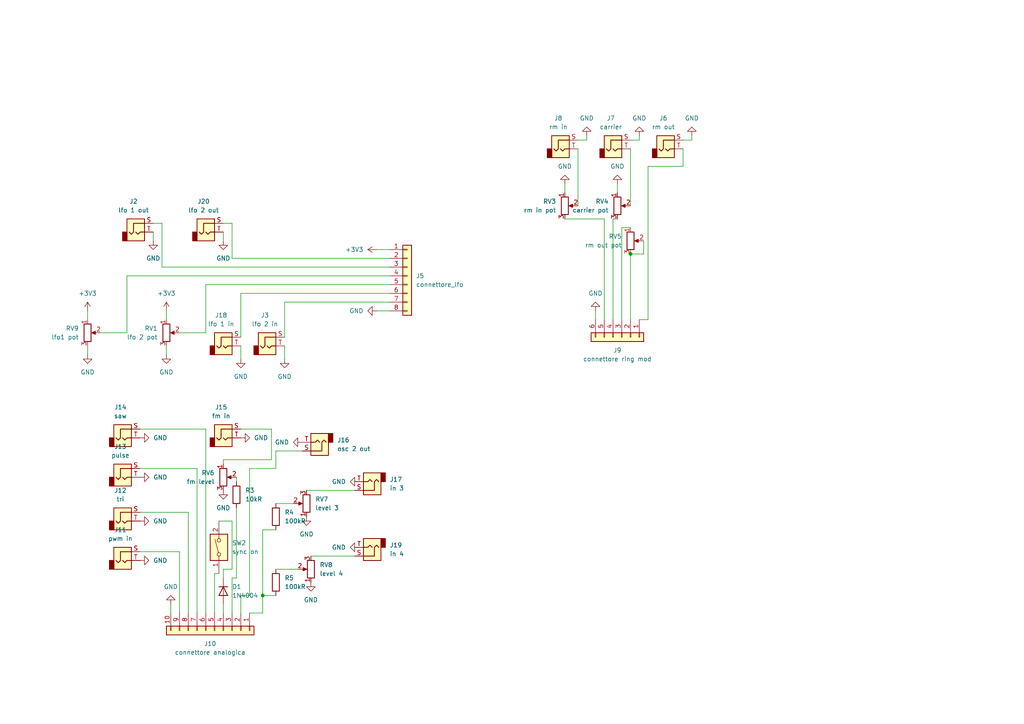
<source format=kicad_sch>
(kicad_sch (version 20230121) (generator eeschema)
  (paper "A4")
  (lib_symbols
    (symbol "Connector_Audio:AudioJack2"
      (property "Reference" "J" (at 0 8.89 0))
      (property "Value" "AudioJack2" (at 0 6.35 0))
      (symbol "AudioJack2_0_1"
        (rectangle (start -3.81 0) (end -2.54 -2.54) (stroke (width 0.254)) (fill (type outline)))
        (rectangle (start -2.54 3.81) (end 2.54 -2.54) (stroke (width 0.254)) (fill (type background)))
        (polyline (pts (xy 0 0) (xy 0.635 -0.635) (xy 1.27 0) (xy 2.54 0)) (stroke (width 0.254)))
        (polyline (pts (xy 2.54 2.54) (xy -0.635 2.54) (xy -0.635 0) (xy -1.27 -0.635) (xy -1.905 0)) (stroke (width 0.254)))
      )
      (symbol "AudioJack2_1_1"
        (pin passive line (at 5.08 2.54 180) (length 2.54) (name "~") (number "S"))
        (pin passive line (at 5.08 0 180) (length 2.54) (name "~") (number "T"))
      )
    )
    (symbol "Connector_Generic:Conn_01x06" (pin_names (offset 1.016) hide)
      (property "Reference" "J" (at 0 7.62 0))
      (property "Value" "Conn_01x06" (at 0 -10.16 0))
      (symbol "Conn_01x06_1_1"
        (rectangle (start -1.27 -7.493) (end 0 -7.747) (stroke (width 0.1524)))
        (rectangle (start -1.27 -4.953) (end 0 -5.207) (stroke (width 0.1524)))
        (rectangle (start -1.27 -2.413) (end 0 -2.667) (stroke (width 0.1524)))
        (rectangle (start -1.27 0.127) (end 0 -0.127) (stroke (width 0.1524)))
        (rectangle (start -1.27 2.667) (end 0 2.413) (stroke (width 0.1524)))
        (rectangle (start -1.27 5.207) (end 0 4.953) (stroke (width 0.1524)))
        (rectangle (start -1.27 6.35) (end 1.27 -8.89) (stroke (width 0.254)) (fill (type background)))
        (pin passive line (at -5.08 5.08 0) (length 3.81) (name "Pin_1") (number "1"))
        (pin passive line (at -5.08 2.54 0) (length 3.81) (name "Pin_2") (number "2"))
        (pin passive line (at -5.08 0 0) (length 3.81) (name "Pin_3") (number "3"))
        (pin passive line (at -5.08 -2.54 0) (length 3.81) (name "Pin_4") (number "4"))
        (pin passive line (at -5.08 -5.08 0) (length 3.81) (name "Pin_5") (number "5"))
        (pin passive line (at -5.08 -7.62 0) (length 3.81) (name "Pin_6") (number "6"))
      )
    )
    (symbol "Connector_Generic:Conn_01x08" (pin_names (offset 1.016) hide)
      (property "Reference" "J" (at 0 10.16 0))
      (property "Value" "Conn_01x08" (at 0 -12.7 0))
      (symbol "Conn_01x08_1_1"
        (rectangle (start -1.27 -10.033) (end 0 -10.287) (stroke (width 0.1524)))
        (rectangle (start -1.27 -7.493) (end 0 -7.747) (stroke (width 0.1524)))
        (rectangle (start -1.27 -4.953) (end 0 -5.207) (stroke (width 0.1524)))
        (rectangle (start -1.27 -2.413) (end 0 -2.667) (stroke (width 0.1524)))
        (rectangle (start -1.27 0.127) (end 0 -0.127) (stroke (width 0.1524)))
        (rectangle (start -1.27 2.667) (end 0 2.413) (stroke (width 0.1524)))
        (rectangle (start -1.27 5.207) (end 0 4.953) (stroke (width 0.1524)))
        (rectangle (start -1.27 7.747) (end 0 7.493) (stroke (width 0.1524)))
        (rectangle (start -1.27 8.89) (end 1.27 -11.43) (stroke (width 0.254)) (fill (type background)))
        (pin passive line (at -5.08 7.62 0) (length 3.81) (name "Pin_1") (number "1"))
        (pin passive line (at -5.08 5.08 0) (length 3.81) (name "Pin_2") (number "2"))
        (pin passive line (at -5.08 2.54 0) (length 3.81) (name "Pin_3") (number "3"))
        (pin passive line (at -5.08 0 0) (length 3.81) (name "Pin_4") (number "4"))
        (pin passive line (at -5.08 -2.54 0) (length 3.81) (name "Pin_5") (number "5"))
        (pin passive line (at -5.08 -5.08 0) (length 3.81) (name "Pin_6") (number "6"))
        (pin passive line (at -5.08 -7.62 0) (length 3.81) (name "Pin_7") (number "7"))
        (pin passive line (at -5.08 -10.16 0) (length 3.81) (name "Pin_8") (number "8"))
      )
    )
    (symbol "Connector_Generic:Conn_01x10" (pin_names (offset 1.016) hide)
      (property "Reference" "J" (at 0 12.7 0))
      (property "Value" "Conn_01x10" (at 0 -15.24 0))
      (symbol "Conn_01x10_1_1"
        (rectangle (start -1.27 -12.573) (end 0 -12.827) (stroke (width 0.1524)))
        (rectangle (start -1.27 -10.033) (end 0 -10.287) (stroke (width 0.1524)))
        (rectangle (start -1.27 -7.493) (end 0 -7.747) (stroke (width 0.1524)))
        (rectangle (start -1.27 -4.953) (end 0 -5.207) (stroke (width 0.1524)))
        (rectangle (start -1.27 -2.413) (end 0 -2.667) (stroke (width 0.1524)))
        (rectangle (start -1.27 0.127) (end 0 -0.127) (stroke (width 0.1524)))
        (rectangle (start -1.27 2.667) (end 0 2.413) (stroke (width 0.1524)))
        (rectangle (start -1.27 5.207) (end 0 4.953) (stroke (width 0.1524)))
        (rectangle (start -1.27 7.747) (end 0 7.493) (stroke (width 0.1524)))
        (rectangle (start -1.27 10.287) (end 0 10.033) (stroke (width 0.1524)))
        (rectangle (start -1.27 11.43) (end 1.27 -13.97) (stroke (width 0.254)) (fill (type background)))
        (pin passive line (at -5.08 10.16 0) (length 3.81) (name "Pin_1") (number "1"))
        (pin passive line (at -5.08 -12.7 0) (length 3.81) (name "Pin_10") (number "10"))
        (pin passive line (at -5.08 7.62 0) (length 3.81) (name "Pin_2") (number "2"))
        (pin passive line (at -5.08 5.08 0) (length 3.81) (name "Pin_3") (number "3"))
        (pin passive line (at -5.08 2.54 0) (length 3.81) (name "Pin_4") (number "4"))
        (pin passive line (at -5.08 0 0) (length 3.81) (name "Pin_5") (number "5"))
        (pin passive line (at -5.08 -2.54 0) (length 3.81) (name "Pin_6") (number "6"))
        (pin passive line (at -5.08 -5.08 0) (length 3.81) (name "Pin_7") (number "7"))
        (pin passive line (at -5.08 -7.62 0) (length 3.81) (name "Pin_8") (number "8"))
        (pin passive line (at -5.08 -10.16 0) (length 3.81) (name "Pin_9") (number "9"))
      )
    )
    (symbol "Device:R" (pin_numbers hide) (pin_names (offset 0))
      (property "Reference" "R" (at 2.032 0 90))
      (property "Value" "R" (at 0 0 90))
      (symbol "R_0_1"
        (rectangle (start -1.016 -2.54) (end 1.016 2.54) (stroke (width 0.254)))
      )
      (symbol "R_1_1"
        (pin passive line (at 0 3.81 270) (length 1.27) (name "~") (number "1"))
        (pin passive line (at 0 -3.81 90) (length 1.27) (name "~") (number "2"))
      )
    )
    (symbol "Device:R_Potentiometer" (pin_names (offset 1.016) hide)
      (property "Reference" "RV" (at -4.445 0 90))
      (property "Value" "R_Potentiometer" (at -2.54 0 90))
      (symbol "R_Potentiometer_0_1"
        (polyline (pts (xy 2.54 0) (xy 1.524 0)))
        (polyline (pts (xy 1.143 0) (xy 2.286 0.508) (xy 2.286 -0.508) (xy 1.143 0)) (fill (type outline)))
        (rectangle (start 1.016 2.54) (end -1.016 -2.54) (stroke (width 0.254)))
      )
      (symbol "R_Potentiometer_1_1"
        (pin passive line (at 0 3.81 270) (length 1.27) (name "1") (number "1"))
        (pin passive line (at 3.81 0 180) (length 1.27) (name "2") (number "2"))
        (pin passive line (at 0 -3.81 90) (length 1.27) (name "3") (number "3"))
      )
    )
    (symbol "Diode:1N4004" (pin_numbers hide) (pin_names hide)
      (property "Reference" "D" (at 0 2.54 0))
      (property "Value" "1N4004" (at 0 -2.54 0))
      (symbol "1N4004_0_1"
        (polyline (pts (xy -1.27 1.27) (xy -1.27 -1.27)) (stroke (width 0.254)))
        (polyline (pts (xy 1.27 0) (xy -1.27 0)))
        (polyline (pts (xy 1.27 1.27) (xy 1.27 -1.27) (xy -1.27 0) (xy 1.27 1.27)) (stroke (width 0.254)))
      )
      (symbol "1N4004_1_1"
        (pin passive line (at -3.81 0 0) (length 2.54) (name "K") (number "1"))
        (pin passive line (at 3.81 0 180) (length 2.54) (name "A") (number "2"))
      )
    )
    (symbol "Switch:SW_DIP_x01" (pin_names (offset 0) hide)
      (property "Reference" "SW" (at 0 3.81 0))
      (property "Value" "SW_DIP_x01" (at 0 -3.81 0))
      (symbol "SW_DIP_x01_0_0"
        (circle (center -2.032 0) (radius 0.508))
        (polyline (pts (xy -1.524 0.127) (xy 2.3622 1.1684)))
        (circle (center 2.032 0) (radius 0.508))
      )
      (symbol "SW_DIP_x01_0_1"
        (rectangle (start -3.81 2.54) (end 3.81 -2.54) (stroke (width 0.254)) (fill (type background)))
      )
      (symbol "SW_DIP_x01_1_1"
        (pin passive line (at -7.62 0 0) (length 5.08) (name "~") (number "1"))
        (pin passive line (at 7.62 0 180) (length 5.08) (name "~") (number "2"))
      )
    )
    (symbol "power:+3V3" (power) (pin_names (offset 0))
      (property "Value" "+3V3" (at 0 3.556 0))
      (symbol "+3V3_0_1"
        (polyline (pts (xy -0.762 1.27) (xy 0 2.54)))
        (polyline (pts (xy 0 0) (xy 0 2.54)))
        (polyline (pts (xy 0 2.54) (xy 0.762 1.27)))
      )
      (symbol "+3V3_1_1"
        (pin power_in line (at 0 0 90) (length 0) hide (name "+3V3") (number "1"))
      )
    )
    (symbol "power:GND" (power) (pin_names (offset 0))
      (property "Value" "GND" (at 0 -3.81 0))
      (symbol "GND_0_1"
        (polyline (pts (xy 0 0) (xy 0 -1.27) (xy 1.27 -1.27) (xy 0 -2.54) (xy -1.27 -1.27) (xy 0 -1.27)))
      )
      (symbol "GND_1_1"
        (pin power_in line (at 0 0 270) (length 0) hide (name "GND") (number "1"))
      )
    )
  )
  (junction (at 76.2 172.72))
  (junction (at 182.88 73.66))
  (wire (pts (xy 64.77 165.1) (xy 67.31 165.1)))
  (wire (pts (xy 72.39 172.72) (xy 69.85 172.72)))
  (wire (pts (xy 59.69 124.46) (xy 40.64 124.46)))
  (wire (pts (xy 109.22 72.39) (xy 113.03 72.39)))
  (wire (pts (xy 175.26 63.5) (xy 175.26 92.71)))
  (wire (pts (xy 198.12 40.64) (xy 200.66 40.64)))
  (wire (pts (xy 185.42 40.64) (xy 185.42 39.37)))
  (wire (pts (xy 78.74 124.46) (xy 78.74 133.35)))
  (wire (pts (xy 49.53 175.26) (xy 49.53 177.8)))
  (wire (pts (xy 48.26 90.17) (xy 48.26 92.71)))
  (wire (pts (xy 88.9 142.24) (xy 102.87 142.24)))
  (wire (pts (xy 80.01 135.89) (xy 72.39 135.89)))
  (wire (pts (xy 90.17 161.29) (xy 102.87 161.29)))
  (wire (pts (xy 179.07 63.5) (xy 177.8 63.5)))
  (wire (pts (xy 187.96 92.71) (xy 185.42 92.71)))
  (wire (pts (xy 82.55 100.33) (xy 82.55 104.14)))
  (wire (pts (xy 62.23 166.37) (xy 62.23 177.8)))
  (wire (pts (xy 198.12 48.26) (xy 187.96 48.26)))
  (wire (pts (xy 170.18 40.64) (xy 170.18 39.37)))
  (wire (pts (xy 200.66 40.64) (xy 200.66 39.37)))
  (wire (pts (xy 182.88 73.66) (xy 186.69 73.66)))
  (wire (pts (xy 64.77 133.35) (xy 64.77 134.62)))
  (wire (pts (xy 40.64 148.59) (xy 54.61 148.59)))
  (wire (pts (xy 40.64 160.02) (xy 52.07 160.02)))
  (wire (pts (xy 186.69 69.85) (xy 186.69 73.66)))
  (wire (pts (xy 180.34 66.04) (xy 180.34 92.71)))
  (wire (pts (xy 67.31 177.8) (xy 67.31 167.64)))
  (wire (pts (xy 44.45 64.77) (xy 46.99 64.77)))
  (wire (pts (xy 72.39 135.89) (xy 72.39 172.72)))
  (wire (pts (xy 80.01 153.67) (xy 76.2 153.67)))
  (wire (pts (xy 76.2 172.72) (xy 76.2 177.8)))
  (wire (pts (xy 80.01 165.1) (xy 86.36 165.1)))
  (wire (pts (xy 113.03 74.93) (xy 67.31 74.93)))
  (wire (pts (xy 187.96 48.26) (xy 187.96 92.71)))
  (wire (pts (xy 172.72 90.17) (xy 172.72 92.71)))
  (wire (pts (xy 62.23 166.37) (xy 63.5 166.37)))
  (wire (pts (xy 59.69 82.55) (xy 59.69 96.52)))
  (wire (pts (xy 180.34 66.04) (xy 182.88 66.04)))
  (wire (pts (xy 52.07 160.02) (xy 52.07 177.8)))
  (wire (pts (xy 113.03 82.55) (xy 59.69 82.55)))
  (wire (pts (xy 179.07 53.34) (xy 179.07 55.88)))
  (wire (pts (xy 177.8 63.5) (xy 177.8 92.71)))
  (wire (pts (xy 87.63 130.81) (xy 80.01 130.81)))
  (wire (pts (xy 46.99 77.47) (xy 46.99 64.77)))
  (wire (pts (xy 44.45 67.31) (xy 44.45 69.85)))
  (wire (pts (xy 109.22 90.17) (xy 113.03 90.17)))
  (wire (pts (xy 69.85 124.46) (xy 78.74 124.46)))
  (wire (pts (xy 25.4 90.17) (xy 25.4 92.71)))
  (wire (pts (xy 67.31 151.13) (xy 67.31 165.1)))
  (wire (pts (xy 198.12 43.18) (xy 198.12 48.26)))
  (wire (pts (xy 57.15 177.8) (xy 57.15 135.89)))
  (wire (pts (xy 64.77 175.26) (xy 64.77 177.8)))
  (wire (pts (xy 78.74 133.35) (xy 64.77 133.35)))
  (wire (pts (xy 167.64 40.64) (xy 170.18 40.64)))
  (wire (pts (xy 82.55 87.63) (xy 113.03 87.63)))
  (wire (pts (xy 29.21 96.52) (xy 36.83 96.52)))
  (wire (pts (xy 182.88 43.18) (xy 182.88 59.69)))
  (wire (pts (xy 113.03 80.01) (xy 36.83 80.01)))
  (wire (pts (xy 36.83 80.01) (xy 36.83 96.52)))
  (wire (pts (xy 76.2 177.8) (xy 72.39 177.8)))
  (wire (pts (xy 64.77 165.1) (xy 64.77 167.64)))
  (wire (pts (xy 182.88 92.71) (xy 182.88 73.66)))
  (wire (pts (xy 67.31 64.77) (xy 67.31 74.93)))
  (wire (pts (xy 163.83 63.5) (xy 175.26 63.5)))
  (wire (pts (xy 57.15 135.89) (xy 40.64 135.89)))
  (wire (pts (xy 68.58 147.32) (xy 68.58 167.64)))
  (wire (pts (xy 67.31 167.64) (xy 68.58 167.64)))
  (wire (pts (xy 80.01 146.05) (xy 85.09 146.05)))
  (wire (pts (xy 76.2 153.67) (xy 76.2 172.72)))
  (wire (pts (xy 82.55 87.63) (xy 82.55 97.79)))
  (wire (pts (xy 69.85 85.09) (xy 69.85 97.79)))
  (wire (pts (xy 59.69 177.8) (xy 59.69 124.46)))
  (wire (pts (xy 80.01 130.81) (xy 80.01 135.89)))
  (wire (pts (xy 69.85 172.72) (xy 69.85 177.8)))
  (wire (pts (xy 48.26 100.33) (xy 48.26 102.87)))
  (wire (pts (xy 163.83 53.34) (xy 163.83 55.88)))
  (wire (pts (xy 54.61 148.59) (xy 54.61 177.8)))
  (wire (pts (xy 182.88 40.64) (xy 185.42 40.64)))
  (wire (pts (xy 63.5 151.13) (xy 67.31 151.13)))
  (wire (pts (xy 64.77 64.77) (xy 67.31 64.77)))
  (wire (pts (xy 52.07 96.52) (xy 59.69 96.52)))
  (wire (pts (xy 64.77 67.31) (xy 64.77 69.85)))
  (wire (pts (xy 68.58 138.43) (xy 68.58 139.7)))
  (wire (pts (xy 76.2 172.72) (xy 80.01 172.72)))
  (wire (pts (xy 167.64 43.18) (xy 167.64 59.69)))
  (wire (pts (xy 113.03 77.47) (xy 46.99 77.47)))
  (wire (pts (xy 69.85 85.09) (xy 113.03 85.09)))
  (wire (pts (xy 25.4 100.33) (xy 25.4 102.87)))
  (wire (pts (xy 69.85 100.33) (xy 69.85 104.14)))
  (symbol (lib_id "power:GND") (at 48.26 102.87 0) (unit 1)
    (property "Reference" "#PWR02" (effects hide))
    (property "Value" "GND" (at 48.26 107.95 0))
  )
  (symbol (lib_id "Connector_Audio:AudioJack2") (at 107.95 139.7 180) (unit 1)
    (property "Reference" "J17" (at 113.03 139.065 0) (effects (justify right)))
    (property "Value" "in 3" (at 113.03 141.605 0) (effects (justify right)))
  )
  (symbol (lib_id "Connector_Generic:Conn_01x08") (at 118.11 80.01 0) (unit 1)
    (property "Reference" "J5" (at 120.65 80.01 0) (effects (justify left)))
    (property "Value" "connettore_lfo" (at 120.65 82.55 0) (effects (justify left)))
  )
  (symbol (lib_id "Connector_Audio:AudioJack2") (at 64.77 100.33 0) (unit 1)
    (property "Reference" "J18" (at 64.135 91.44 0))
    (property "Value" "lfo 1 in" (at 64.135 93.98 0))
  )
  (symbol (lib_id "Diode:1N4004") (at 64.77 171.45 270) (unit 1)
    (property "Reference" "D1" (at 67.31 170.18 90) (effects (justify left)))
    (property "Value" "1N4004" (at 67.31 172.72 90) (effects (justify left)))
    (property "Footprint" "Diode_THT:D_DO-41_SOD81_P10.16mm_Horizontal" (effects hide))
    (property "Datasheet" "http://www.vishay.com/docs/88503/1n4001.pdf" (effects hide))
    (property "Sim.Device" "D" (effects hide))
    (property "Sim.Pins" "1=K 2=A" (effects hide))
  )
  (symbol (lib_id "Connector_Audio:AudioJack2") (at 35.56 151.13 0) (unit 1)
    (property "Reference" "J12" (at 34.925 142.24 0))
    (property "Value" "tri" (at 34.925 144.78 0))
  )
  (symbol (lib_id "power:GND") (at 40.64 138.43 90) (unit 1)
    (property "Reference" "#PWR019" (effects hide))
    (property "Value" "GND" (at 44.45 138.43 90) (effects (justify right)))
  )
  (symbol (lib_id "Device:R_Potentiometer") (at 90.17 165.1 180) (unit 1)
    (property "Reference" "RV8" (at 92.71 163.83 0) (effects (justify right)))
    (property "Value" "level 4" (at 92.71 166.37 0) (effects (justify right)))
  )
  (symbol (lib_id "power:GND") (at 40.64 162.56 90) (unit 1)
    (property "Reference" "#PWR021" (effects hide))
    (property "Value" "GND" (at 44.45 162.56 90) (effects (justify right)))
  )
  (symbol (lib_id "power:+3V3") (at 48.26 90.17 0) (unit 1)
    (property "Reference" "#PWR01" (effects hide))
    (property "Value" "+3V3" (at 48.26 85.09 0))
  )
  (symbol (lib_id "Connector_Audio:AudioJack2") (at 35.56 162.56 0) (unit 1)
    (property "Reference" "J11" (at 34.925 153.67 0))
    (property "Value" "pwm in" (at 34.925 156.21 0))
  )
  (symbol (lib_id "power:GND") (at 172.72 90.17 180) (unit 1)
    (property "Reference" "#PWR011" (effects hide))
    (property "Value" "GND" (at 172.72 85.09 0))
  )
  (symbol (lib_id "Connector_Audio:AudioJack2") (at 35.56 127 0) (unit 1)
    (property "Reference" "J14" (at 34.925 118.11 0))
    (property "Value" "saw" (at 34.925 120.65 0))
  )
  (symbol (lib_id "power:GND") (at 200.66 39.37 180) (unit 1)
    (property "Reference" "#PWR014" (effects hide))
    (property "Value" "GND" (at 200.66 34.29 0))
  )
  (symbol (lib_id "Device:R") (at 68.58 143.51 180) (unit 1)
    (property "Reference" "R3" (at 71.12 142.24 0) (effects (justify right)))
    (property "Value" "10kR" (at 71.12 144.78 0) (effects (justify right)))
  )
  (symbol (lib_id "power:GND") (at 82.55 104.14 0) (unit 1)
    (property "Reference" "#PWR07" (effects hide))
    (property "Value" "GND" (at 82.55 109.22 0))
  )
  (symbol (lib_id "Connector_Audio:AudioJack2") (at 107.95 158.75 180) (unit 1)
    (property "Reference" "J19" (at 113.03 158.115 0) (effects (justify right)))
    (property "Value" "in 4" (at 113.03 160.655 0) (effects (justify right)))
  )
  (symbol (lib_id "Connector_Audio:AudioJack2") (at 35.56 138.43 0) (unit 1)
    (property "Reference" "J13" (at 34.925 129.54 0))
    (property "Value" "pulse" (at 34.925 132.08 0))
  )
  (symbol (lib_id "power:GND") (at 90.17 168.91 0) (unit 1)
    (property "Reference" "#PWR028" (effects hide))
    (property "Value" "GND" (at 90.17 173.99 0))
  )
  (symbol (lib_id "power:GND") (at 109.22 90.17 270) (unit 1)
    (property "Reference" "#PWR09" (effects hide))
    (property "Value" "GND" (at 105.41 90.17 90) (effects (justify right)))
  )
  (symbol (lib_id "Connector_Audio:AudioJack2") (at 64.77 127 0) (unit 1)
    (property "Reference" "J15" (at 64.135 118.11 0))
    (property "Value" "fm in" (at 64.135 120.65 0))
  )
  (symbol (lib_id "power:GND") (at 64.77 142.24 0) (unit 1)
    (property "Reference" "#PWR023" (effects hide))
    (property "Value" "GND" (at 64.77 147.32 0))
  )
  (symbol (lib_id "Connector_Audio:AudioJack2") (at 92.71 128.27 180) (unit 1)
    (property "Reference" "J16" (at 97.79 127.635 0) (effects (justify right)))
    (property "Value" "osc 2 out" (at 97.79 130.175 0) (effects (justify right)))
  )
  (symbol (lib_id "power:GND") (at 104.14 139.7 270) (unit 1)
    (property "Reference" "#PWR025" (effects hide))
    (property "Value" "GND" (at 100.33 139.7 90) (effects (justify right)))
  )
  (symbol (lib_id "power:GND") (at 170.18 39.37 180) (unit 1)
    (property "Reference" "#PWR012" (effects hide))
    (property "Value" "GND" (at 170.18 34.29 0))
  )
  (symbol (lib_id "power:GND") (at 69.85 127 90) (unit 1)
    (property "Reference" "#PWR022" (effects hide))
    (property "Value" "GND" (at 73.66 127 90) (effects (justify right)))
  )
  (symbol (lib_id "Device:R_Potentiometer") (at 182.88 69.85 0) (unit 1)
    (property "Reference" "RV5" (at 180.34 68.58 0) (effects (justify right)))
    (property "Value" "rm out pot" (at 180.34 71.12 0) (effects (justify right)))
  )
  (symbol (lib_id "power:GND") (at 40.64 151.13 90) (unit 1)
    (property "Reference" "#PWR020" (effects hide))
    (property "Value" "GND" (at 44.45 151.13 90) (effects (justify right)))
  )
  (symbol (lib_id "Device:R_Potentiometer") (at 88.9 146.05 180) (unit 1)
    (property "Reference" "RV7" (at 91.44 144.78 0) (effects (justify right)))
    (property "Value" "level 3" (at 91.44 147.32 0) (effects (justify right)))
  )
  (symbol (lib_id "power:GND") (at 163.83 53.34 180) (unit 1)
    (property "Reference" "#PWR015" (effects hide))
    (property "Value" "GND" (at 163.83 48.26 0))
  )
  (symbol (lib_id "Device:R") (at 80.01 149.86 180) (unit 1)
    (property "Reference" "R4" (at 82.55 148.59 0) (effects (justify right)))
    (property "Value" "100kR" (at 82.55 151.13 0) (effects (justify right)))
  )
  (symbol (lib_id "power:GND") (at 185.42 39.37 180) (unit 1)
    (property "Reference" "#PWR016" (effects hide))
    (property "Value" "GND" (at 185.42 34.29 0))
  )
  (symbol (lib_id "Device:R_Potentiometer") (at 25.4 96.52 0) (unit 1)
    (property "Reference" "RV9" (at 22.86 95.25 0) (effects (justify right)))
    (property "Value" "lfo1 pot" (at 22.86 97.79 0) (effects (justify right)))
  )
  (symbol (lib_id "power:GND") (at 87.63 128.27 270) (unit 1)
    (property "Reference" "#PWR024" (effects hide))
    (property "Value" "GND" (at 83.82 128.27 90) (effects (justify right)))
  )
  (symbol (lib_id "Device:R_Potentiometer") (at 179.07 59.69 0) (unit 1)
    (property "Reference" "RV4" (at 176.53 58.42 0) (effects (justify right)))
    (property "Value" "carrier pot" (at 176.53 60.96 0) (effects (justify right)))
  )
  (symbol (lib_id "Device:R_Potentiometer") (at 48.26 96.52 0) (unit 1)
    (property "Reference" "RV1" (at 45.72 95.25 0) (effects (justify right)))
    (property "Value" "lfo 2 pot" (at 45.72 97.79 0) (effects (justify right)))
  )
  (symbol (lib_id "power:GND") (at 49.53 175.26 180) (unit 1)
    (property "Reference" "#PWR017" (effects hide))
    (property "Value" "GND" (at 49.53 170.18 0))
  )
  (symbol (lib_id "power:GND") (at 25.4 102.87 0) (unit 1)
    (property "Reference" "#PWR031" (effects hide))
    (property "Value" "GND" (at 25.4 107.95 0))
  )
  (symbol (lib_id "power:GND") (at 64.77 69.85 0) (unit 1)
    (property "Reference" "#PWR032" (effects hide))
    (property "Value" "GND" (at 64.77 74.93 0))
  )
  (symbol (lib_id "power:GND") (at 40.64 127 90) (unit 1)
    (property "Reference" "#PWR018" (effects hide))
    (property "Value" "GND" (at 44.45 127 90) (effects (justify right)))
  )
  (symbol (lib_id "power:+3V3") (at 109.22 72.39 90) (unit 1)
    (property "Reference" "#PWR010" (effects hide))
    (property "Value" "+3V3" (at 105.41 72.39 90) (effects (justify left)))
  )
  (symbol (lib_id "power:GND") (at 88.9 149.86 0) (unit 1)
    (property "Reference" "#PWR027" (effects hide))
    (property "Value" "GND" (at 88.9 154.94 0))
  )
  (symbol (lib_id "power:GND") (at 179.07 53.34 180) (unit 1)
    (property "Reference" "#PWR013" (effects hide))
    (property "Value" "GND" (at 179.07 48.26 0))
  )
  (symbol (lib_id "Switch:SW_DIP_x01") (at 63.5 158.75 90) (unit 1)
    (property "Reference" "SW2" (at 67.31 157.48 90) (effects (justify right)))
    (property "Value" "sync on" (at 67.31 160.02 90) (effects (justify right)))
  )
  (symbol (lib_id "Connector_Audio:AudioJack2") (at 59.69 67.31 0) (unit 1)
    (property "Reference" "J20" (at 59.055 58.42 0))
    (property "Value" "lfo 2 out" (at 59.055 60.96 0))
  )
  (symbol (lib_id "Connector_Audio:AudioJack2") (at 193.04 43.18 0) (unit 1)
    (property "Reference" "J6" (at 192.405 34.29 0))
    (property "Value" "rm out" (at 192.405 36.83 0))
  )
  (symbol (lib_id "Connector_Generic:Conn_01x06") (at 180.34 97.79 270) (unit 1)
    (property "Reference" "J9" (at 179.07 101.6 90))
    (property "Value" "connettore ring mod" (at 179.07 104.14 90))
  )
  (symbol (lib_id "Connector_Audio:AudioJack2") (at 77.47 100.33 0) (unit 1)
    (property "Reference" "J3" (at 76.835 91.44 0))
    (property "Value" "lfo 2 in" (at 76.835 93.98 0))
  )
  (symbol (lib_id "power:GND") (at 104.14 158.75 270) (unit 1)
    (property "Reference" "#PWR026" (effects hide))
    (property "Value" "GND" (at 100.33 158.75 90) (effects (justify right)))
  )
  (symbol (lib_id "Connector_Audio:AudioJack2") (at 162.56 43.18 0) (unit 1)
    (property "Reference" "J8" (at 161.925 34.29 0))
    (property "Value" "rm in" (at 161.925 36.83 0))
  )
  (symbol (lib_id "Connector_Generic:Conn_01x10") (at 62.23 182.88 270) (unit 1)
    (property "Reference" "J10" (at 60.96 186.69 90))
    (property "Value" "connettore analogica" (at 60.96 189.23 90))
  )
  (symbol (lib_id "Connector_Audio:AudioJack2") (at 39.37 67.31 0) (unit 1)
    (property "Reference" "J2" (at 38.735 58.42 0))
    (property "Value" "lfo 1 out" (at 38.735 60.96 0))
  )
  (symbol (lib_id "power:GND") (at 44.45 69.85 0) (unit 1)
    (property "Reference" "#PWR06" (effects hide))
    (property "Value" "GND" (at 44.45 74.93 0))
  )
  (symbol (lib_id "power:+3V3") (at 25.4 90.17 0) (unit 1)
    (property "Reference" "#PWR030" (effects hide))
    (property "Value" "+3V3" (at 25.4 85.09 0))
  )
  (symbol (lib_id "Connector_Audio:AudioJack2") (at 177.8 43.18 0) (unit 1)
    (property "Reference" "J7" (at 177.165 34.29 0))
    (property "Value" "carrier" (at 177.165 36.83 0))
  )
  (symbol (lib_id "Device:R_Potentiometer") (at 163.83 59.69 0) (unit 1)
    (property "Reference" "RV3" (at 161.29 58.42 0) (effects (justify right)))
    (property "Value" "rm in pot" (at 161.29 60.96 0) (effects (justify right)))
  )
  (symbol (lib_id "power:GND") (at 69.85 104.14 0) (unit 1)
    (property "Reference" "#PWR029" (effects hide))
    (property "Value" "GND" (at 69.85 109.22 0))
  )
  (symbol (lib_id "Device:R") (at 80.01 168.91 180) (unit 1)
    (property "Reference" "R5" (at 82.55 167.64 0) (effects (justify right)))
    (property "Value" "100kR" (at 82.55 170.18 0) (effects (justify right)))
  )
  (symbol (lib_id "Device:R_Potentiometer") (at 64.77 138.43 0) (unit 1)
    (property "Reference" "RV6" (at 62.23 137.16 0) (effects (justify right)))
    (property "Value" "fm level" (at 62.23 139.7 0) (effects (justify right)))
  )
)
</source>
